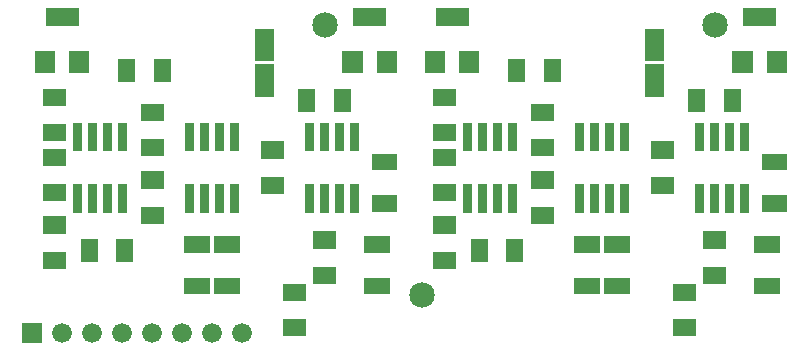
<source format=gbr>
G04 start of page 6 for group -4063 idx -4063 *
G04 Title: 26.006.01.01.01, componentmask *
G04 Creator: pcb 20100929 *
G04 CreationDate: Sat Mar 21 19:35:30 2015 UTC *
G04 For: bert *
G04 Format: Gerber/RS-274X *
G04 PCB-Dimensions: 260000 115000 *
G04 PCB-Coordinate-Origin: lower left *
%MOIN*%
%FSLAX25Y25*%
%LNFRONTMASK*%
%ADD13C,0.0200*%
%ADD24C,0.0660*%
%ADD25C,0.0850*%
%ADD26R,0.0300X0.0300*%
%ADD27R,0.0572X0.0572*%
%ADD28R,0.0551X0.0551*%
%ADD29R,0.0669X0.0669*%
%ADD30R,0.0590X0.0590*%
%ADD31R,0.0615X0.0615*%
G54D13*G36*
X1700Y8300D02*Y1700D01*
X8300D01*
Y8300D01*
X1700D01*
G37*
G54D24*X15000Y5000D03*
X25000D03*
X35000D03*
X45000D03*
X55000D03*
G54D25*X232500Y107500D03*
G54D24*X65000Y5000D03*
X75000D03*
G54D25*X135000Y17500D03*
X102500Y107500D03*
G54D26*X97500Y53000D02*Y46500D01*
G54D27*X84016Y54095D02*X85984D01*
X91516Y6595D02*X93484D01*
X91516Y18405D02*X93484D01*
X101516Y24095D02*X103484D01*
G54D26*X102500Y53000D02*Y46500D01*
X107500Y53000D02*Y46500D01*
X112500Y53000D02*Y46500D01*
G54D27*X101516Y35905D02*X103484D01*
X154095Y33484D02*Y31516D01*
X141516Y29095D02*X143484D01*
X141516Y40905D02*X143484D01*
G54D28*X118524Y20611D02*X121476D01*
X118524Y34389D02*X121476D01*
G54D27*X165905Y33484D02*Y31516D01*
X174016Y44095D02*X175984D01*
X141516Y63405D02*X143484D01*
X141516Y51595D02*X143484D01*
G54D28*X121024Y48111D02*X123976D01*
X121024Y61889D02*X123976D01*
G54D26*X57500Y53000D02*Y46500D01*
G54D27*X11516Y51595D02*X13484D01*
G54D26*X20000Y53000D02*Y46500D01*
X25000Y53000D02*Y46500D01*
X30000Y53000D02*Y46500D01*
X35000Y53000D02*Y46500D01*
X62500Y53000D02*Y46500D01*
X67500Y53000D02*Y46500D01*
X72500Y53000D02*Y46500D01*
G54D27*X44016Y44095D02*X45984D01*
X24095Y33484D02*Y31516D01*
X35905Y33484D02*Y31516D01*
X11516Y29095D02*X13484D01*
X11516Y40905D02*X13484D01*
X44016Y55905D02*X45984D01*
G54D28*X68524Y20611D02*X71476D01*
X68524Y34389D02*X71476D01*
X58524D02*X61476D01*
X58524Y20611D02*X61476D01*
G54D27*X96595Y83484D02*Y81516D01*
G54D26*X112500Y73500D02*Y67000D01*
X107500Y73500D02*Y67000D01*
X102500Y73500D02*Y67000D01*
G54D27*X108405Y83484D02*Y81516D01*
G54D26*X97500Y73500D02*Y67000D01*
X72500Y73500D02*Y67000D01*
X67500Y73500D02*Y67000D01*
X62500Y73500D02*Y67000D01*
X57500Y73500D02*Y67000D01*
G54D27*X84016Y65905D02*X85984D01*
G54D29*X111792Y95610D02*Y94824D01*
X123208Y95610D02*Y94824D01*
G54D30*X114941Y110177D02*X120059D01*
G54D27*X11516Y63405D02*X13484D01*
G54D26*X30000Y73500D02*Y67000D01*
X25000Y73500D02*Y67000D01*
X20000Y73500D02*Y67000D01*
G54D27*X11516Y71595D02*X13484D01*
X44016Y66595D02*X45984D01*
G54D26*X35000Y73500D02*Y67000D01*
G54D27*X11516Y83405D02*X13484D01*
G54D31*X82500Y91457D02*Y86732D01*
Y103268D02*Y98543D01*
G54D27*X36595Y93484D02*Y91516D01*
X48405Y93484D02*Y91516D01*
X44016Y78405D02*X45984D01*
G54D29*X9292Y95610D02*Y94824D01*
X20708Y95610D02*Y94824D01*
G54D30*X12441Y110177D02*X17559D01*
G54D27*X214016Y54095D02*X215984D01*
G54D28*X251024Y48111D02*X253976D01*
X251024Y61889D02*X253976D01*
G54D26*X237500Y53000D02*Y46500D01*
X242500Y53000D02*Y46500D01*
G54D27*X214016Y65905D02*X215984D01*
G54D26*X242500Y73500D02*Y67000D01*
X237500Y73500D02*Y67000D01*
X232500Y73500D02*Y67000D01*
X227500Y73500D02*Y67000D01*
X202500Y53000D02*Y46500D01*
Y73500D02*Y67000D01*
X227500Y53000D02*Y46500D01*
X232500Y53000D02*Y46500D01*
G54D27*X166595Y93484D02*Y91516D01*
X178405Y93484D02*Y91516D01*
G54D29*X139292Y95610D02*Y94824D01*
X150708Y95610D02*Y94824D01*
G54D30*X142441Y110177D02*X147559D01*
G54D27*X174016Y55905D02*X175984D01*
G54D26*X150000Y53000D02*Y46500D01*
X155000Y53000D02*Y46500D01*
X160000Y53000D02*Y46500D01*
X165000Y53000D02*Y46500D01*
G54D27*X174016Y66595D02*X175984D01*
X174016Y78405D02*X175984D01*
G54D26*X165000Y73500D02*Y67000D01*
X160000Y73500D02*Y67000D01*
G54D27*X141516Y71595D02*X143484D01*
X141516Y83405D02*X143484D01*
G54D26*X155000Y73500D02*Y67000D01*
X150000Y73500D02*Y67000D01*
X187500Y53000D02*Y46500D01*
X192500Y53000D02*Y46500D01*
X197500Y53000D02*Y46500D01*
Y73500D02*Y67000D01*
X192500Y73500D02*Y67000D01*
X187500Y73500D02*Y67000D01*
G54D31*X212500Y91457D02*Y86732D01*
G54D29*X241792Y95610D02*Y94824D01*
X253208Y95610D02*Y94824D01*
G54D30*X244941Y110177D02*X250059D01*
G54D31*X212500Y103268D02*Y98543D01*
G54D27*X238405Y83484D02*Y81516D01*
X226595Y83484D02*Y81516D01*
X221516Y6595D02*X223484D01*
X221516Y18405D02*X223484D01*
G54D28*X198524Y34389D02*X201476D01*
X188524D02*X191476D01*
X198524Y20611D02*X201476D01*
X188524D02*X191476D01*
G54D27*X231516Y24095D02*X233484D01*
X231516Y35905D02*X233484D01*
G54D28*X248524Y20611D02*X251476D01*
X248524Y34389D02*X251476D01*
M02*

</source>
